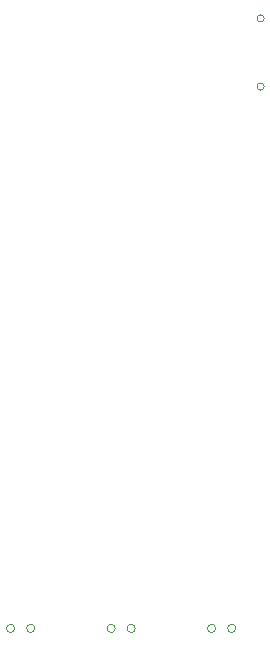
<source format=gm1>
G04*
G04 #@! TF.GenerationSoftware,Altium Limited,Altium Designer,20.1.11 (218)*
G04*
G04 Layer_Color=16711935*
%FSLAX25Y25*%
%MOIN*%
G70*
G04*
G04 #@! TF.SameCoordinates,8D0FCBAB-09EC-4A3B-B863-23265075E7EF*
G04*
G04*
G04 #@! TF.FilePolarity,Positive*
G04*
G01*
G75*
%ADD139C,0.00020*%
D139*
X133530Y-117150D02*
G03*
X133530Y-117150I-1380J0D01*
G01*
X126830D02*
G03*
X126830Y-117150I-1380J0D01*
G01*
X167030D02*
G03*
X167030Y-117150I-1380J0D01*
G01*
X160330D02*
G03*
X160330Y-117150I-1380J0D01*
G01*
X200530D02*
G03*
X200530Y-117150I-1380J0D01*
G01*
X193830D02*
G03*
X193830Y-117150I-1380J0D01*
G01*
X209940Y86180D02*
G03*
X209940Y86180I-1180J0D01*
G01*
Y63420D02*
G03*
X209940Y63420I-1180J0D01*
G01*
M02*

</source>
